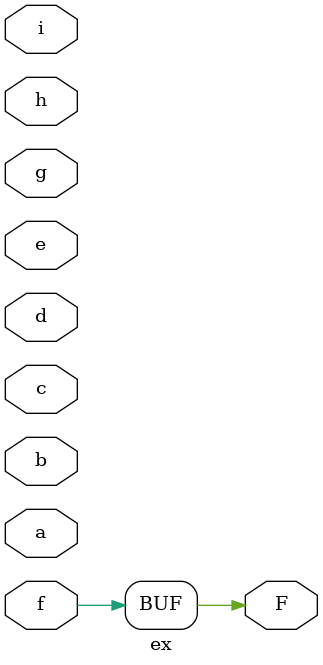
<source format=v>

module ex ( 
    a, b, c, d, e, f, g, h, i,
    F  );
  input  a, b, c, d, e, f, g, h, i;
  output F;
  assign F = f;
endmodule



</source>
